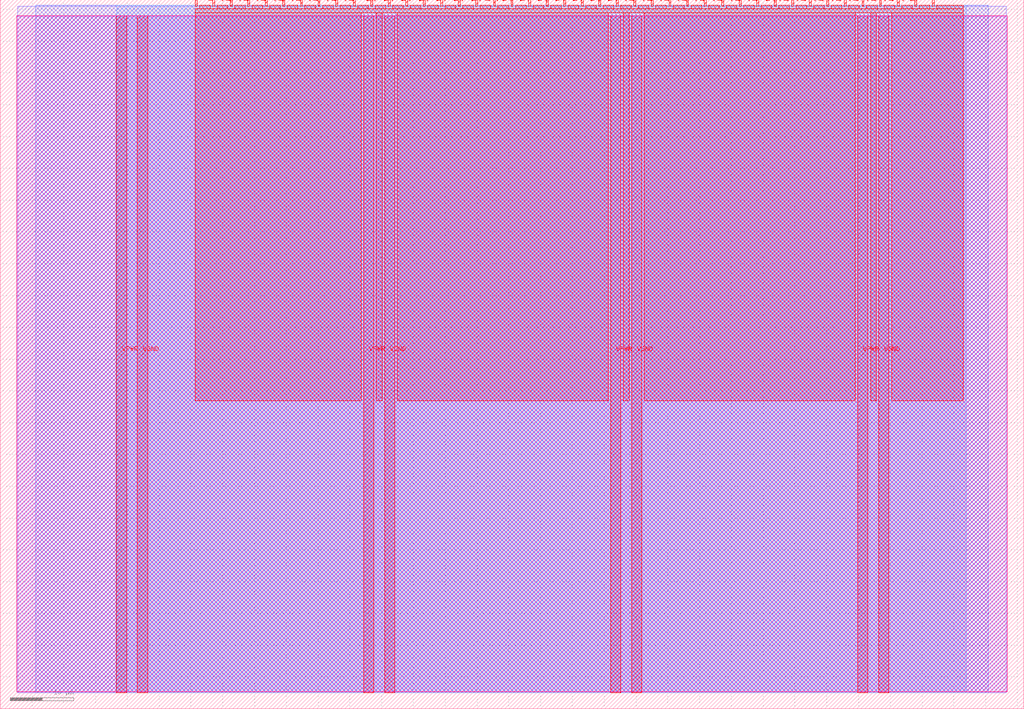
<source format=lef>
VERSION 5.7 ;
  NOWIREEXTENSIONATPIN ON ;
  DIVIDERCHAR "/" ;
  BUSBITCHARS "[]" ;
MACRO tt_um_wokwi_414120248222232577
  CLASS BLOCK ;
  FOREIGN tt_um_wokwi_414120248222232577 ;
  ORIGIN 0.000 0.000 ;
  SIZE 161.000 BY 111.520 ;
  PIN VGND
    DIRECTION INOUT ;
    USE GROUND ;
    PORT
      LAYER met4 ;
        RECT 21.580 2.480 23.180 109.040 ;
    END
    PORT
      LAYER met4 ;
        RECT 60.450 2.480 62.050 109.040 ;
    END
    PORT
      LAYER met4 ;
        RECT 99.320 2.480 100.920 109.040 ;
    END
    PORT
      LAYER met4 ;
        RECT 138.190 2.480 139.790 109.040 ;
    END
  END VGND
  PIN VPWR
    DIRECTION INOUT ;
    USE POWER ;
    PORT
      LAYER met4 ;
        RECT 18.280 2.480 19.880 109.040 ;
    END
    PORT
      LAYER met4 ;
        RECT 57.150 2.480 58.750 109.040 ;
    END
    PORT
      LAYER met4 ;
        RECT 96.020 2.480 97.620 109.040 ;
    END
    PORT
      LAYER met4 ;
        RECT 134.890 2.480 136.490 109.040 ;
    END
  END VPWR
  PIN clk
    DIRECTION INPUT ;
    USE SIGNAL ;
    ANTENNAGATEAREA 0.852000 ;
    PORT
      LAYER met4 ;
        RECT 143.830 110.520 144.130 111.520 ;
    END
  END clk
  PIN ena
    DIRECTION INPUT ;
    USE SIGNAL ;
    PORT
      LAYER met4 ;
        RECT 146.590 110.520 146.890 111.520 ;
    END
  END ena
  PIN rst_n
    DIRECTION INPUT ;
    USE SIGNAL ;
    ANTENNAGATEAREA 0.196500 ;
    PORT
      LAYER met4 ;
        RECT 141.070 110.520 141.370 111.520 ;
    END
  END rst_n
  PIN ui_in[0]
    DIRECTION INPUT ;
    USE SIGNAL ;
    ANTENNAGATEAREA 0.196500 ;
    PORT
      LAYER met4 ;
        RECT 138.310 110.520 138.610 111.520 ;
    END
  END ui_in[0]
  PIN ui_in[1]
    DIRECTION INPUT ;
    USE SIGNAL ;
    ANTENNAGATEAREA 0.196500 ;
    PORT
      LAYER met4 ;
        RECT 135.550 110.520 135.850 111.520 ;
    END
  END ui_in[1]
  PIN ui_in[2]
    DIRECTION INPUT ;
    USE SIGNAL ;
    ANTENNAGATEAREA 0.196500 ;
    PORT
      LAYER met4 ;
        RECT 132.790 110.520 133.090 111.520 ;
    END
  END ui_in[2]
  PIN ui_in[3]
    DIRECTION INPUT ;
    USE SIGNAL ;
    ANTENNAGATEAREA 0.196500 ;
    PORT
      LAYER met4 ;
        RECT 130.030 110.520 130.330 111.520 ;
    END
  END ui_in[3]
  PIN ui_in[4]
    DIRECTION INPUT ;
    USE SIGNAL ;
    ANTENNAGATEAREA 0.196500 ;
    PORT
      LAYER met4 ;
        RECT 127.270 110.520 127.570 111.520 ;
    END
  END ui_in[4]
  PIN ui_in[5]
    DIRECTION INPUT ;
    USE SIGNAL ;
    ANTENNAGATEAREA 0.196500 ;
    PORT
      LAYER met4 ;
        RECT 124.510 110.520 124.810 111.520 ;
    END
  END ui_in[5]
  PIN ui_in[6]
    DIRECTION INPUT ;
    USE SIGNAL ;
    ANTENNAGATEAREA 0.196500 ;
    PORT
      LAYER met4 ;
        RECT 121.750 110.520 122.050 111.520 ;
    END
  END ui_in[6]
  PIN ui_in[7]
    DIRECTION INPUT ;
    USE SIGNAL ;
    ANTENNAGATEAREA 0.196500 ;
    PORT
      LAYER met4 ;
        RECT 118.990 110.520 119.290 111.520 ;
    END
  END ui_in[7]
  PIN uio_in[0]
    DIRECTION INPUT ;
    USE SIGNAL ;
    ANTENNAGATEAREA 0.196500 ;
    PORT
      LAYER met4 ;
        RECT 116.230 110.520 116.530 111.520 ;
    END
  END uio_in[0]
  PIN uio_in[1]
    DIRECTION INPUT ;
    USE SIGNAL ;
    ANTENNAGATEAREA 0.196500 ;
    PORT
      LAYER met4 ;
        RECT 113.470 110.520 113.770 111.520 ;
    END
  END uio_in[1]
  PIN uio_in[2]
    DIRECTION INPUT ;
    USE SIGNAL ;
    ANTENNAGATEAREA 0.196500 ;
    PORT
      LAYER met4 ;
        RECT 110.710 110.520 111.010 111.520 ;
    END
  END uio_in[2]
  PIN uio_in[3]
    DIRECTION INPUT ;
    USE SIGNAL ;
    ANTENNAGATEAREA 0.196500 ;
    PORT
      LAYER met4 ;
        RECT 107.950 110.520 108.250 111.520 ;
    END
  END uio_in[3]
  PIN uio_in[4]
    DIRECTION INPUT ;
    USE SIGNAL ;
    ANTENNAGATEAREA 0.196500 ;
    PORT
      LAYER met4 ;
        RECT 105.190 110.520 105.490 111.520 ;
    END
  END uio_in[4]
  PIN uio_in[5]
    DIRECTION INPUT ;
    USE SIGNAL ;
    ANTENNAGATEAREA 0.196500 ;
    PORT
      LAYER met4 ;
        RECT 102.430 110.520 102.730 111.520 ;
    END
  END uio_in[5]
  PIN uio_in[6]
    DIRECTION INPUT ;
    USE SIGNAL ;
    ANTENNAGATEAREA 0.196500 ;
    PORT
      LAYER met4 ;
        RECT 99.670 110.520 99.970 111.520 ;
    END
  END uio_in[6]
  PIN uio_in[7]
    DIRECTION INPUT ;
    USE SIGNAL ;
    ANTENNAGATEAREA 0.196500 ;
    PORT
      LAYER met4 ;
        RECT 96.910 110.520 97.210 111.520 ;
    END
  END uio_in[7]
  PIN uio_oe[0]
    DIRECTION OUTPUT ;
    USE SIGNAL ;
    PORT
      LAYER met4 ;
        RECT 49.990 110.520 50.290 111.520 ;
    END
  END uio_oe[0]
  PIN uio_oe[1]
    DIRECTION OUTPUT ;
    USE SIGNAL ;
    PORT
      LAYER met4 ;
        RECT 47.230 110.520 47.530 111.520 ;
    END
  END uio_oe[1]
  PIN uio_oe[2]
    DIRECTION OUTPUT ;
    USE SIGNAL ;
    PORT
      LAYER met4 ;
        RECT 44.470 110.520 44.770 111.520 ;
    END
  END uio_oe[2]
  PIN uio_oe[3]
    DIRECTION OUTPUT ;
    USE SIGNAL ;
    PORT
      LAYER met4 ;
        RECT 41.710 110.520 42.010 111.520 ;
    END
  END uio_oe[3]
  PIN uio_oe[4]
    DIRECTION OUTPUT ;
    USE SIGNAL ;
    PORT
      LAYER met4 ;
        RECT 38.950 110.520 39.250 111.520 ;
    END
  END uio_oe[4]
  PIN uio_oe[5]
    DIRECTION OUTPUT ;
    USE SIGNAL ;
    PORT
      LAYER met4 ;
        RECT 36.190 110.520 36.490 111.520 ;
    END
  END uio_oe[5]
  PIN uio_oe[6]
    DIRECTION OUTPUT ;
    USE SIGNAL ;
    PORT
      LAYER met4 ;
        RECT 33.430 110.520 33.730 111.520 ;
    END
  END uio_oe[6]
  PIN uio_oe[7]
    DIRECTION OUTPUT ;
    USE SIGNAL ;
    PORT
      LAYER met4 ;
        RECT 30.670 110.520 30.970 111.520 ;
    END
  END uio_oe[7]
  PIN uio_out[0]
    DIRECTION OUTPUT ;
    USE SIGNAL ;
    PORT
      LAYER met4 ;
        RECT 72.070 110.520 72.370 111.520 ;
    END
  END uio_out[0]
  PIN uio_out[1]
    DIRECTION OUTPUT ;
    USE SIGNAL ;
    PORT
      LAYER met4 ;
        RECT 69.310 110.520 69.610 111.520 ;
    END
  END uio_out[1]
  PIN uio_out[2]
    DIRECTION OUTPUT ;
    USE SIGNAL ;
    PORT
      LAYER met4 ;
        RECT 66.550 110.520 66.850 111.520 ;
    END
  END uio_out[2]
  PIN uio_out[3]
    DIRECTION OUTPUT ;
    USE SIGNAL ;
    PORT
      LAYER met4 ;
        RECT 63.790 110.520 64.090 111.520 ;
    END
  END uio_out[3]
  PIN uio_out[4]
    DIRECTION OUTPUT ;
    USE SIGNAL ;
    PORT
      LAYER met4 ;
        RECT 61.030 110.520 61.330 111.520 ;
    END
  END uio_out[4]
  PIN uio_out[5]
    DIRECTION OUTPUT ;
    USE SIGNAL ;
    PORT
      LAYER met4 ;
        RECT 58.270 110.520 58.570 111.520 ;
    END
  END uio_out[5]
  PIN uio_out[6]
    DIRECTION OUTPUT ;
    USE SIGNAL ;
    PORT
      LAYER met4 ;
        RECT 55.510 110.520 55.810 111.520 ;
    END
  END uio_out[6]
  PIN uio_out[7]
    DIRECTION OUTPUT ;
    USE SIGNAL ;
    PORT
      LAYER met4 ;
        RECT 52.750 110.520 53.050 111.520 ;
    END
  END uio_out[7]
  PIN uo_out[0]
    DIRECTION OUTPUT ;
    USE SIGNAL ;
    ANTENNADIFFAREA 0.445500 ;
    PORT
      LAYER met4 ;
        RECT 94.150 110.520 94.450 111.520 ;
    END
  END uo_out[0]
  PIN uo_out[1]
    DIRECTION OUTPUT ;
    USE SIGNAL ;
    ANTENNADIFFAREA 0.445500 ;
    PORT
      LAYER met4 ;
        RECT 91.390 110.520 91.690 111.520 ;
    END
  END uo_out[1]
  PIN uo_out[2]
    DIRECTION OUTPUT ;
    USE SIGNAL ;
    ANTENNADIFFAREA 0.445500 ;
    PORT
      LAYER met4 ;
        RECT 88.630 110.520 88.930 111.520 ;
    END
  END uo_out[2]
  PIN uo_out[3]
    DIRECTION OUTPUT ;
    USE SIGNAL ;
    ANTENNADIFFAREA 0.445500 ;
    PORT
      LAYER met4 ;
        RECT 85.870 110.520 86.170 111.520 ;
    END
  END uo_out[3]
  PIN uo_out[4]
    DIRECTION OUTPUT ;
    USE SIGNAL ;
    ANTENNADIFFAREA 0.445500 ;
    PORT
      LAYER met4 ;
        RECT 83.110 110.520 83.410 111.520 ;
    END
  END uo_out[4]
  PIN uo_out[5]
    DIRECTION OUTPUT ;
    USE SIGNAL ;
    ANTENNADIFFAREA 0.445500 ;
    PORT
      LAYER met4 ;
        RECT 80.350 110.520 80.650 111.520 ;
    END
  END uo_out[5]
  PIN uo_out[6]
    DIRECTION OUTPUT ;
    USE SIGNAL ;
    ANTENNADIFFAREA 0.445500 ;
    PORT
      LAYER met4 ;
        RECT 77.590 110.520 77.890 111.520 ;
    END
  END uo_out[6]
  PIN uo_out[7]
    DIRECTION OUTPUT ;
    USE SIGNAL ;
    ANTENNADIFFAREA 0.445500 ;
    PORT
      LAYER met4 ;
        RECT 74.830 110.520 75.130 111.520 ;
    END
  END uo_out[7]
  OBS
      LAYER nwell ;
        RECT 2.570 2.635 158.430 108.990 ;
      LAYER li1 ;
        RECT 2.760 2.635 158.240 108.885 ;
      LAYER met1 ;
        RECT 2.760 2.480 158.240 110.460 ;
      LAYER met2 ;
        RECT 5.620 2.535 155.380 110.685 ;
      LAYER met3 ;
        RECT 18.290 2.555 151.960 110.665 ;
      LAYER met4 ;
        RECT 31.370 110.120 33.030 110.665 ;
        RECT 34.130 110.120 35.790 110.665 ;
        RECT 36.890 110.120 38.550 110.665 ;
        RECT 39.650 110.120 41.310 110.665 ;
        RECT 42.410 110.120 44.070 110.665 ;
        RECT 45.170 110.120 46.830 110.665 ;
        RECT 47.930 110.120 49.590 110.665 ;
        RECT 50.690 110.120 52.350 110.665 ;
        RECT 53.450 110.120 55.110 110.665 ;
        RECT 56.210 110.120 57.870 110.665 ;
        RECT 58.970 110.120 60.630 110.665 ;
        RECT 61.730 110.120 63.390 110.665 ;
        RECT 64.490 110.120 66.150 110.665 ;
        RECT 67.250 110.120 68.910 110.665 ;
        RECT 70.010 110.120 71.670 110.665 ;
        RECT 72.770 110.120 74.430 110.665 ;
        RECT 75.530 110.120 77.190 110.665 ;
        RECT 78.290 110.120 79.950 110.665 ;
        RECT 81.050 110.120 82.710 110.665 ;
        RECT 83.810 110.120 85.470 110.665 ;
        RECT 86.570 110.120 88.230 110.665 ;
        RECT 89.330 110.120 90.990 110.665 ;
        RECT 92.090 110.120 93.750 110.665 ;
        RECT 94.850 110.120 96.510 110.665 ;
        RECT 97.610 110.120 99.270 110.665 ;
        RECT 100.370 110.120 102.030 110.665 ;
        RECT 103.130 110.120 104.790 110.665 ;
        RECT 105.890 110.120 107.550 110.665 ;
        RECT 108.650 110.120 110.310 110.665 ;
        RECT 111.410 110.120 113.070 110.665 ;
        RECT 114.170 110.120 115.830 110.665 ;
        RECT 116.930 110.120 118.590 110.665 ;
        RECT 119.690 110.120 121.350 110.665 ;
        RECT 122.450 110.120 124.110 110.665 ;
        RECT 125.210 110.120 126.870 110.665 ;
        RECT 127.970 110.120 129.630 110.665 ;
        RECT 130.730 110.120 132.390 110.665 ;
        RECT 133.490 110.120 135.150 110.665 ;
        RECT 136.250 110.120 137.910 110.665 ;
        RECT 139.010 110.120 140.670 110.665 ;
        RECT 141.770 110.120 143.430 110.665 ;
        RECT 144.530 110.120 146.190 110.665 ;
        RECT 147.290 110.120 151.505 110.665 ;
        RECT 30.655 109.440 151.505 110.120 ;
        RECT 30.655 48.455 56.750 109.440 ;
        RECT 59.150 48.455 60.050 109.440 ;
        RECT 62.450 48.455 95.620 109.440 ;
        RECT 98.020 48.455 98.920 109.440 ;
        RECT 101.320 48.455 134.490 109.440 ;
        RECT 136.890 48.455 137.790 109.440 ;
        RECT 140.190 48.455 151.505 109.440 ;
  END
END tt_um_wokwi_414120248222232577
END LIBRARY


</source>
